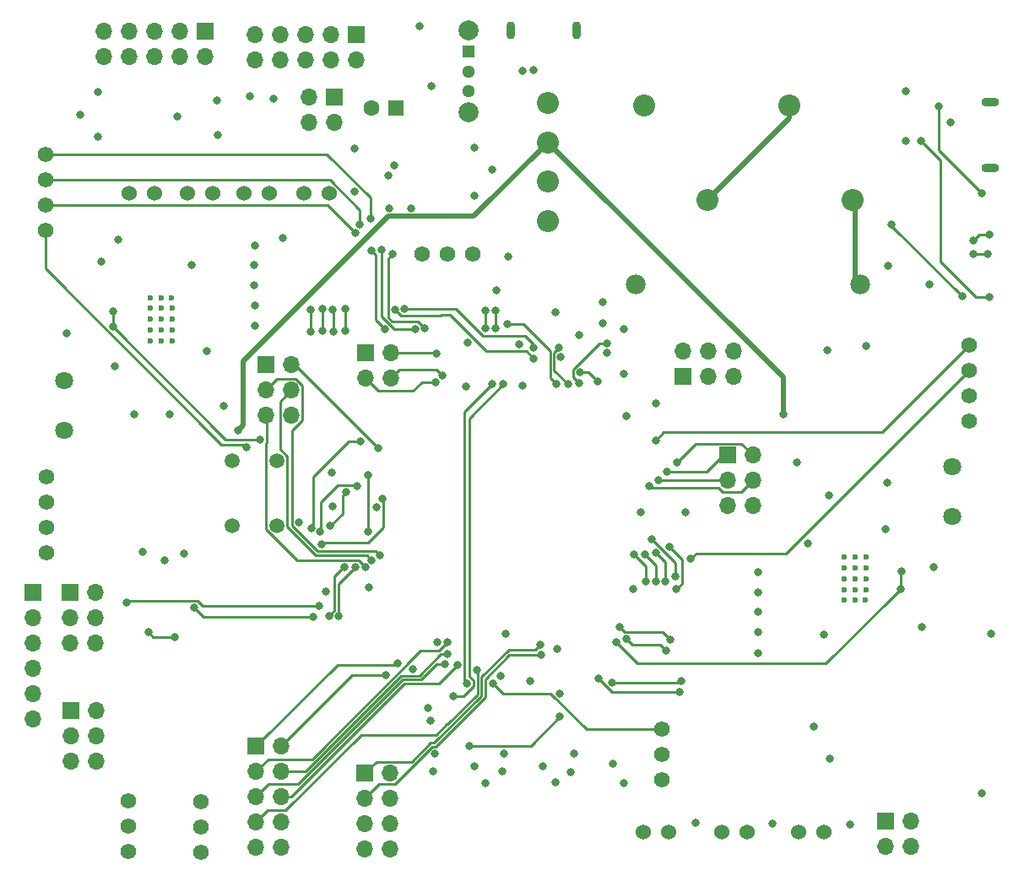
<source format=gbr>
%TF.GenerationSoftware,KiCad,Pcbnew,7.0.6*%
%TF.CreationDate,2023-11-30T13:58:43-08:00*%
%TF.ProjectId,MainBoard,4d61696e-426f-4617-9264-2e6b69636164,0.1*%
%TF.SameCoordinates,Original*%
%TF.FileFunction,Copper,L4,Bot*%
%TF.FilePolarity,Positive*%
%FSLAX46Y46*%
G04 Gerber Fmt 4.6, Leading zero omitted, Abs format (unit mm)*
G04 Created by KiCad (PCBNEW 7.0.6) date 2023-11-30 13:58:43*
%MOMM*%
%LPD*%
G01*
G04 APERTURE LIST*
%TA.AperFunction,ComponentPad*%
%ADD10C,1.507998*%
%TD*%
%TA.AperFunction,ComponentPad*%
%ADD11R,1.700000X1.700000*%
%TD*%
%TA.AperFunction,ComponentPad*%
%ADD12O,1.700000X1.700000*%
%TD*%
%TA.AperFunction,ComponentPad*%
%ADD13C,1.524000*%
%TD*%
%TA.AperFunction,ComponentPad*%
%ADD14C,1.803400*%
%TD*%
%TA.AperFunction,ComponentPad*%
%ADD15C,1.574800*%
%TD*%
%TA.AperFunction,ComponentPad*%
%ADD16C,0.600000*%
%TD*%
%TA.AperFunction,ComponentPad*%
%ADD17R,1.295400X1.295400*%
%TD*%
%TA.AperFunction,ComponentPad*%
%ADD18C,1.295400*%
%TD*%
%TA.AperFunction,ComponentPad*%
%ADD19C,2.000000*%
%TD*%
%TA.AperFunction,ComponentPad*%
%ADD20O,1.800000X0.900000*%
%TD*%
%TA.AperFunction,ComponentPad*%
%ADD21C,2.209800*%
%TD*%
%TA.AperFunction,ComponentPad*%
%ADD22R,1.600000X1.600000*%
%TD*%
%TA.AperFunction,ComponentPad*%
%ADD23C,1.600000*%
%TD*%
%TA.AperFunction,ComponentPad*%
%ADD24C,1.980000*%
%TD*%
%TA.AperFunction,ComponentPad*%
%ADD25O,0.900000X1.800000*%
%TD*%
%TA.AperFunction,ViaPad*%
%ADD26C,0.800000*%
%TD*%
%TA.AperFunction,Conductor*%
%ADD27C,0.250000*%
%TD*%
%TA.AperFunction,Conductor*%
%ADD28C,0.500000*%
%TD*%
G04 APERTURE END LIST*
D10*
%TO.P,SW1,1*%
%TO.N,GND*%
X192300001Y-127099998D03*
%TO.P,SW1,2*%
%TO.N,N/C*%
X192300001Y-133600000D03*
%TO.P,SW1,3*%
X187800000Y-127099998D03*
%TO.P,SW1,4*%
%TO.N,Net-(C1-Pad1)*%
X187800000Y-133600000D03*
%TD*%
D11*
%TO.P,J25,1,Pin_1*%
%TO.N,/RE4*%
X201250000Y-116275000D03*
D12*
%TO.P,J25,2,Pin_2*%
%TO.N,/RE1*%
X203790000Y-116275000D03*
%TO.P,J25,3,Pin_3*%
%TO.N,/RG12*%
X201250000Y-118815000D03*
%TO.P,J25,4,Pin_4*%
%TO.N,/RG14*%
X203790000Y-118815000D03*
%TD*%
D13*
%TO.P,SW8,1,A*%
%TO.N,+3.3V*%
X189060000Y-100300000D03*
%TO.P,SW8,2,B*%
%TO.N,/Bump2*%
X191600000Y-100300000D03*
%TD*%
D14*
%TO.P,M2,1,+*%
%TO.N,Net-(M2-+)*%
X260100000Y-132750000D03*
%TO.P,M2,2,-*%
%TO.N,Net-(M2--)*%
X260100000Y-127750000D03*
%TD*%
D15*
%TO.P,U11,1,PhaseA*%
%TO.N,/IC3*%
X169250000Y-136390000D03*
%TO.P,U11,2,PhaseB*%
%TO.N,/IC4*%
X169250000Y-133850000D03*
%TO.P,U11,3,Vcc*%
%TO.N,+3.3V*%
X169250000Y-131310000D03*
%TO.P,U11,4,GND*%
%TO.N,GND*%
X169250000Y-128770000D03*
%TD*%
%TO.P,J15,1,Pin_1*%
%TO.N,+3.3V*%
X177450000Y-166350000D03*
%TO.P,J15,2,Pin_2*%
%TO.N,GND*%
X177450000Y-163810000D03*
%TO.P,J15,3,Pin_3*%
%TO.N,/Refl3*%
X177450000Y-161270000D03*
%TD*%
%TO.P,U12,1,PhaseA*%
%TO.N,/IC1*%
X261750000Y-115530000D03*
%TO.P,U12,2,PhaseB*%
%TO.N,/IC2*%
X261750000Y-118070000D03*
%TO.P,U12,3,Vcc*%
%TO.N,+3.3V*%
X261750000Y-120610000D03*
%TO.P,U12,4,GND*%
%TO.N,GND*%
X261750000Y-123150000D03*
%TD*%
D11*
%TO.P,J1,1,Pin_1*%
%TO.N,unconnected-(J1-Pin_1-Pad1)*%
X167850000Y-140300000D03*
D12*
%TO.P,J1,2,Pin_2*%
%TO.N,Net-(J1-Pin_2)*%
X167850000Y-142840000D03*
%TO.P,J1,3,Pin_3*%
%TO.N,Net-(J1-Pin_3)*%
X167850000Y-145380000D03*
%TO.P,J1,4,Pin_4*%
%TO.N,GND*%
X167850000Y-147920000D03*
%TO.P,J1,5,Pin_5*%
%TO.N,+3.3V*%
X167850000Y-150460000D03*
%TO.P,J1,6,Pin_6*%
%TO.N,Net-(J1-Pin_6)*%
X167850000Y-153000000D03*
%TD*%
D11*
%TO.P,J18,1,Pin_1*%
%TO.N,/SDA2*%
X253360000Y-163300000D03*
D12*
%TO.P,J18,2,Pin_2*%
%TO.N,GND*%
X255900000Y-163300000D03*
%TO.P,J18,3,Pin_3*%
%TO.N,/SCL2*%
X253360000Y-165840000D03*
%TO.P,J18,4,Pin_4*%
%TO.N,GND*%
X255900000Y-165840000D03*
%TD*%
D15*
%TO.P,J14,1,Pin_1*%
%TO.N,+3.3V*%
X184673800Y-166390000D03*
%TO.P,J14,2,Pin_2*%
%TO.N,GND*%
X184673800Y-163850000D03*
%TO.P,J14,3,Pin_3*%
%TO.N,/Refl2*%
X184673800Y-161310000D03*
%TD*%
%TO.P,D8,1,A1*%
%TO.N,Net-(D8-A1)*%
X211990000Y-106376200D03*
%TO.P,D8,2,K*%
%TO.N,GND*%
X209450000Y-106376200D03*
%TO.P,D8,3,A2*%
%TO.N,Net-(D8-A2)*%
X206910000Y-106376200D03*
%TD*%
D11*
%TO.P,J3,1,Pin_1*%
%TO.N,+5V*%
X200300000Y-84360000D03*
D12*
%TO.P,J3,2,Pin_2*%
%TO.N,GND*%
X200300000Y-86900000D03*
%TO.P,J3,3,Pin_3*%
%TO.N,+5V*%
X197760000Y-84360000D03*
%TO.P,J3,4,Pin_4*%
%TO.N,GND*%
X197760000Y-86900000D03*
%TO.P,J3,5,Pin_5*%
%TO.N,+5V*%
X195220000Y-84360000D03*
%TO.P,J3,6,Pin_6*%
%TO.N,GND*%
X195220000Y-86900000D03*
%TO.P,J3,7,Pin_7*%
%TO.N,+5V*%
X192680000Y-84360000D03*
%TO.P,J3,8,Pin_8*%
%TO.N,GND*%
X192680000Y-86900000D03*
%TO.P,J3,9,Pin_9*%
%TO.N,+5V*%
X190140000Y-84360000D03*
%TO.P,J3,10,Pin_10*%
%TO.N,GND*%
X190140000Y-86900000D03*
%TD*%
D16*
%TO.P,U10,29,PAD*%
%TO.N,GND*%
X179600000Y-111799999D03*
X179600000Y-112899999D03*
X179600000Y-113999999D03*
X179600000Y-115100000D03*
X179620000Y-110779999D03*
X180700000Y-110779999D03*
X180700000Y-115100000D03*
X180700003Y-111799999D03*
X180700003Y-112899999D03*
X180700003Y-113999999D03*
X181760000Y-110779999D03*
X181800000Y-111799999D03*
X181800000Y-112899999D03*
X181800000Y-113999999D03*
X181800000Y-115100000D03*
%TD*%
D11*
%TO.P,J21,1,Pin_1*%
%TO.N,/RH15*%
X233010000Y-118650000D03*
D12*
%TO.P,J21,2,Pin_2*%
%TO.N,/RH14*%
X233010000Y-116110000D03*
%TO.P,J21,3,Pin_3*%
%TO.N,/RH13*%
X235550000Y-118650000D03*
%TO.P,J21,4,Pin_4*%
%TO.N,/RH12*%
X235550000Y-116110000D03*
%TO.P,J21,5,Pin_5*%
%TO.N,GND*%
X238090000Y-118650000D03*
%TO.P,J21,6,Pin_6*%
X238090000Y-116110000D03*
%TD*%
D11*
%TO.P,J19,1,Pin_1*%
%TO.N,/SCK4*%
X237510000Y-126560000D03*
D12*
%TO.P,J19,2,Pin_2*%
%TO.N,/SDI4*%
X240050000Y-126560000D03*
%TO.P,J19,3,Pin_3*%
%TO.N,/SS4\u002A*%
X237510000Y-129100000D03*
%TO.P,J19,4,Pin_4*%
%TO.N,/SDO4*%
X240050000Y-129100000D03*
%TO.P,J19,5,Pin_5*%
%TO.N,GND*%
X237510000Y-131640000D03*
%TO.P,J19,6,Pin_6*%
X240050000Y-131640000D03*
%TD*%
D17*
%TO.P,SW2,1,A*%
%TO.N,Net-(J4-VBUS)*%
X211550000Y-86049999D03*
D18*
%TO.P,SW2,2,B*%
%TO.N,+5V*%
X211550000Y-88050000D03*
%TO.P,SW2,3,C*%
%TO.N,unconnected-(SW2-C-Pad3)*%
X211550000Y-90050001D03*
D19*
%TO.P,SW2,4*%
%TO.N,N/C*%
X211550000Y-83949999D03*
%TO.P,SW2,5*%
X211550000Y-92150000D03*
%TD*%
D16*
%TO.P,U13,29,PAD*%
%TO.N,GND*%
X251400000Y-140099999D03*
X251400000Y-138999999D03*
X251400000Y-137899999D03*
X251400000Y-136799998D03*
X251380000Y-141119999D03*
X250300000Y-141119999D03*
X250300000Y-136799998D03*
X250299997Y-140099999D03*
X250299997Y-138999999D03*
X250299997Y-137899999D03*
X249240000Y-141119999D03*
X249200000Y-140099999D03*
X249200000Y-138999999D03*
X249200000Y-137899999D03*
X249200000Y-136799998D03*
%TD*%
D11*
%TO.P,J20,1,Pin_1*%
%TO.N,/SCK2*%
X171610000Y-140370000D03*
D12*
%TO.P,J20,2,Pin_2*%
%TO.N,/SDO2*%
X174150000Y-140370000D03*
%TO.P,J20,3,Pin_3*%
%TO.N,/SS2\u002A*%
X171610000Y-142910000D03*
%TO.P,J20,4,Pin_4*%
%TO.N,/SDI2*%
X174150000Y-142910000D03*
%TO.P,J20,5,Pin_5*%
%TO.N,GND*%
X171610000Y-145450000D03*
%TO.P,J20,6,Pin_6*%
X174150000Y-145450000D03*
%TD*%
D11*
%TO.P,J8,1,Pin_1*%
%TO.N,/SCK3*%
X201160000Y-158430000D03*
D12*
%TO.P,J8,2,Pin_2*%
%TO.N,/SDO3*%
X203700000Y-158430000D03*
%TO.P,J8,3,Pin_3*%
%TO.N,/SS3\u002A*%
X201160000Y-160970000D03*
%TO.P,J8,4,Pin_4*%
%TO.N,/SDI3*%
X203700000Y-160970000D03*
%TO.P,J8,5,Pin_5*%
%TO.N,GND*%
X201160000Y-163510000D03*
%TO.P,J8,6,Pin_6*%
X203700000Y-163510000D03*
%TO.P,J8,7,Pin_7*%
%TO.N,/U4RX*%
X201160000Y-166050000D03*
%TO.P,J8,8,Pin_8*%
%TO.N,/U4TX*%
X203700000Y-166050000D03*
%TD*%
D11*
%TO.P,J2,1,Pin_1*%
%TO.N,Net-(J2-Pin_1)*%
X185140000Y-84060000D03*
D12*
%TO.P,J2,2,Pin_2*%
%TO.N,GND*%
X185140000Y-86600000D03*
%TO.P,J2,3,Pin_3*%
%TO.N,Net-(J2-Pin_1)*%
X182600000Y-84060000D03*
%TO.P,J2,4,Pin_4*%
%TO.N,GND*%
X182600000Y-86600000D03*
%TO.P,J2,5,Pin_5*%
%TO.N,Net-(J2-Pin_1)*%
X180060000Y-84060000D03*
%TO.P,J2,6,Pin_6*%
%TO.N,GND*%
X180060000Y-86600000D03*
%TO.P,J2,7,Pin_7*%
%TO.N,Net-(J2-Pin_1)*%
X177520000Y-84060000D03*
%TO.P,J2,8,Pin_8*%
%TO.N,GND*%
X177520000Y-86600000D03*
%TO.P,J2,9,Pin_9*%
%TO.N,Net-(J2-Pin_1)*%
X174980000Y-84060000D03*
%TO.P,J2,10,Pin_10*%
%TO.N,GND*%
X174980000Y-86600000D03*
%TD*%
D11*
%TO.P,J23,1,Pin_1*%
%TO.N,/U5TX*%
X171660000Y-152150000D03*
D12*
%TO.P,J23,2,Pin_2*%
%TO.N,/U5RX*%
X174200000Y-152150000D03*
%TO.P,J23,3,Pin_3*%
%TO.N,/U6TX*%
X171660000Y-154690000D03*
%TO.P,J23,4,Pin_4*%
%TO.N,/U6RX*%
X174200000Y-154690000D03*
%TO.P,J23,5,Pin_5*%
%TO.N,GND*%
X171660000Y-157230000D03*
%TO.P,J23,6,Pin_6*%
X174200000Y-157230000D03*
%TD*%
D13*
%TO.P,SW6,1,1*%
%TO.N,+3.3V*%
X231610128Y-164351200D03*
%TO.P,SW6,2,2*%
%TO.N,/Switch1*%
X229070128Y-164351200D03*
%TD*%
D20*
%TO.P,J9,S5*%
%TO.N,N/C*%
X263900000Y-97700000D03*
%TO.P,J9,S6*%
X263900000Y-91100000D03*
%TD*%
D13*
%TO.P,SW10,1,A*%
%TO.N,+3.3V*%
X177510000Y-100300000D03*
%TO.P,SW10,2,B*%
%TO.N,/Bump4*%
X180050000Y-100300000D03*
%TD*%
%TO.P,SW4,1,1*%
%TO.N,+3.3V*%
X239490128Y-164375000D03*
%TO.P,SW4,2,2*%
%TO.N,/Switch2*%
X236950128Y-164375000D03*
%TD*%
%TO.P,SW5,1,1*%
%TO.N,+3.3V*%
X247230128Y-164375000D03*
%TO.P,SW5,2,2*%
%TO.N,/Switch3*%
X244690128Y-164375000D03*
%TD*%
D21*
%TO.P,SW3,1,1*%
%TO.N,+5V*%
X219500000Y-103087200D03*
%TO.P,SW3,2,2*%
%TO.N,Net-(J4-VBUS)*%
X219500000Y-99124800D03*
%TO.P,SW3,3,3*%
%TO.N,Vdrive*%
X219500000Y-95162400D03*
%TO.P,SW3,4,4*%
%TO.N,Net-(F1-Pad1)*%
X219500000Y-91200000D03*
%TD*%
D22*
%TO.P,C15,1*%
%TO.N,+5V*%
X204305113Y-91700000D03*
D23*
%TO.P,C15,2*%
%TO.N,GND*%
X201805113Y-91700000D03*
%TD*%
D24*
%TO.P,F1,1*%
%TO.N,Net-(F1-Pad1)*%
X228350000Y-109400000D03*
%TO.P,F1,2*%
%TO.N,Net-(J5-Pin_1)*%
X250850000Y-109400000D03*
%TD*%
D15*
%TO.P,J13,1,Pin_1*%
%TO.N,+3.3V*%
X230973800Y-159140000D03*
%TO.P,J13,2,Pin_2*%
%TO.N,GND*%
X230973800Y-156600000D03*
%TO.P,J13,3,Pin_3*%
%TO.N,/Refl1*%
X230973800Y-154060000D03*
%TD*%
D14*
%TO.P,M1,1,+*%
%TO.N,Net-(M1-+)*%
X171000000Y-119050000D03*
%TO.P,M1,2,-*%
%TO.N,Net-(M1--)*%
X171000000Y-124050000D03*
%TD*%
D13*
%TO.P,SW9,1,A*%
%TO.N,+3.3V*%
X183310000Y-100300000D03*
%TO.P,SW9,2,B*%
%TO.N,/Bump3*%
X185850000Y-100300000D03*
%TD*%
D21*
%TO.P,J6,1,Pin_1*%
%TO.N,Net-(J5-Pin_2)*%
X235500000Y-101000000D03*
%TO.P,J6,2,Pin_2*%
%TO.N,GND*%
X229150000Y-91500001D03*
%TD*%
D13*
%TO.P,SW7,1,A*%
%TO.N,+3.3V*%
X195000000Y-100300000D03*
%TO.P,SW7,2,B*%
%TO.N,/Bump1*%
X197540000Y-100300000D03*
%TD*%
D25*
%TO.P,J4,S5*%
%TO.N,N/C*%
X222400000Y-83900000D03*
%TO.P,J4,S6*%
X215800000Y-83900000D03*
%TD*%
D15*
%TO.P,J24,1,Pin_1*%
%TO.N,/U2TX*%
X169100000Y-104000000D03*
%TO.P,J24,2,Pin_2*%
%TO.N,/U2RX*%
X169100000Y-101460000D03*
%TO.P,J24,3,Pin_3*%
%TO.N,/GPS_Reset*%
X169100000Y-98920000D03*
%TO.P,J24,4,Pin_4*%
%TO.N,/GPS_INT*%
X169100000Y-96380000D03*
%TD*%
D11*
%TO.P,J7,1,Pin_1*%
%TO.N,/RA9*%
X190250000Y-155740000D03*
D12*
%TO.P,J7,2,Pin_2*%
%TO.N,/RA10*%
X192790000Y-155740000D03*
%TO.P,J7,3,Pin_3*%
%TO.N,/RH0*%
X190250000Y-158280000D03*
%TO.P,J7,4,Pin_4*%
%TO.N,/RH1*%
X192790000Y-158280000D03*
%TO.P,J7,5,Pin_5*%
%TO.N,/RH2*%
X190250000Y-160820000D03*
%TO.P,J7,6,Pin_6*%
%TO.N,/RH3*%
X192790000Y-160820000D03*
%TO.P,J7,7,Pin_7*%
%TO.N,/RB10*%
X190250000Y-163360000D03*
%TO.P,J7,8,Pin_8*%
%TO.N,/RK1*%
X192790000Y-163360000D03*
%TO.P,J7,9,Pin_9*%
%TO.N,/RK2*%
X190250000Y-165900000D03*
%TO.P,J7,10,Pin_10*%
%TO.N,/RK3*%
X192790000Y-165900000D03*
%TD*%
D11*
%TO.P,J16,1,Pin_1*%
%TO.N,/RE7*%
X191210000Y-117510000D03*
D12*
%TO.P,J16,2,Pin_2*%
%TO.N,/RJ8*%
X193750000Y-117510000D03*
%TO.P,J16,3,Pin_3*%
%TO.N,/RJ13*%
X191210000Y-120050000D03*
%TO.P,J16,4,Pin_4*%
%TO.N,/RJ14*%
X193750000Y-120050000D03*
%TO.P,J16,5,Pin_5*%
%TO.N,/RJ15*%
X191210000Y-122590000D03*
%TO.P,J16,6,Pin_6*%
%TO.N,GND*%
X193750000Y-122590000D03*
%TD*%
D21*
%TO.P,J5,1,Pin_1*%
%TO.N,Net-(J5-Pin_1)*%
X250100000Y-100999999D03*
%TO.P,J5,2,Pin_2*%
%TO.N,Net-(J5-Pin_2)*%
X243750000Y-91500000D03*
%TD*%
D11*
%TO.P,J22,1,Pin_1*%
%TO.N,/U3TX*%
X198050000Y-90650000D03*
D12*
%TO.P,J22,2,Pin_2*%
%TO.N,GND*%
X198050000Y-93190000D03*
%TO.P,J22,3,Pin_3*%
%TO.N,/U3RX*%
X195510000Y-90650000D03*
%TO.P,J22,4,Pin_4*%
%TO.N,GND*%
X195510000Y-93190000D03*
%TD*%
D26*
%TO.N,/RE1*%
X208325000Y-116350000D03*
%TO.N,/RG14*%
X208900000Y-118575000D03*
%TO.N,/RG12*%
X208209423Y-119227463D03*
%TO.N,GND*%
X247500000Y-116000000D03*
X183050000Y-136400000D03*
X208200000Y-156500000D03*
X202310556Y-131798056D03*
X216925501Y-119600000D03*
X259900000Y-93150000D03*
X215100000Y-156500000D03*
X176100000Y-117650000D03*
X215258526Y-144491472D03*
X220400333Y-145999667D03*
X212100000Y-100500000D03*
X213900000Y-97900000D03*
X227100000Y-118400000D03*
X197859787Y-128309787D03*
X187000000Y-121600000D03*
X171250000Y-114350000D03*
X247800000Y-157000000D03*
X225994063Y-157486643D03*
X222100000Y-156500000D03*
X217700000Y-149250000D03*
X253500000Y-129300000D03*
X192950000Y-104750000D03*
X257050000Y-143825500D03*
X251400000Y-115600000D03*
X247700000Y-130600000D03*
X220800000Y-116700000D03*
X244500000Y-127300000D03*
X186400000Y-94400000D03*
X181034787Y-137084787D03*
X172600000Y-92400000D03*
X249790128Y-163575000D03*
X189575000Y-90550000D03*
X174750000Y-107150000D03*
X218100000Y-87900000D03*
X191950000Y-90800000D03*
X247200000Y-144600000D03*
X176400000Y-104950000D03*
X263950000Y-144450000D03*
X201562500Y-139850000D03*
X241990128Y-163525000D03*
X217000000Y-88000000D03*
X263050000Y-160500000D03*
X253400000Y-134000000D03*
X183750000Y-107450000D03*
X204100000Y-97500000D03*
X178050000Y-122450000D03*
X206600000Y-83475000D03*
X174400000Y-90100000D03*
X181600000Y-122450000D03*
X225000000Y-111200000D03*
X207500000Y-151950000D03*
X225400000Y-116300000D03*
X174400000Y-94600000D03*
X225000000Y-113300000D03*
X257800000Y-109400000D03*
X186300000Y-91000000D03*
X219000000Y-157800000D03*
X211300000Y-119700000D03*
X178900000Y-136250000D03*
X222600000Y-114500000D03*
X258173056Y-137773056D03*
X182300000Y-92600000D03*
X228776944Y-132276944D03*
X253600000Y-107530000D03*
X200100000Y-95800000D03*
X200100000Y-100100000D03*
X212100000Y-95700000D03*
X228050000Y-140000000D03*
X208426944Y-145326944D03*
X212100000Y-157800000D03*
X234340128Y-163475000D03*
X227336051Y-122636051D03*
%TO.N,+3.3V*%
X194500000Y-133300000D03*
X245600000Y-135400000D03*
X216600000Y-115400000D03*
X213200000Y-159500000D03*
X240600000Y-146400000D03*
X240600000Y-142300000D03*
X240600000Y-144300000D03*
X190100000Y-111550000D03*
X214900000Y-158300000D03*
X240600000Y-138300000D03*
X207800000Y-89500000D03*
X190050000Y-107500000D03*
X230300000Y-121400000D03*
X203500000Y-98500000D03*
X190100000Y-113550000D03*
X205950000Y-148000000D03*
X205800000Y-101800000D03*
X208000000Y-158300000D03*
X185300000Y-116100000D03*
X240600000Y-140300000D03*
X220300000Y-112200000D03*
X214800356Y-148700351D03*
X190050000Y-109550000D03*
X255400000Y-95000000D03*
X220300000Y-159400000D03*
X190100000Y-105500000D03*
X227100000Y-113900000D03*
X197200000Y-140213420D03*
X254000000Y-103400000D03*
X203600000Y-101800000D03*
X246200000Y-153800000D03*
X227100000Y-159500000D03*
X220700000Y-150450000D03*
X214350000Y-110050000D03*
X261050354Y-110650353D03*
X207750000Y-153162500D03*
X197900000Y-131650000D03*
X211500000Y-115300000D03*
X221800000Y-158400000D03*
X255400000Y-90000000D03*
X215485556Y-106664444D03*
X233300000Y-132250000D03*
%TO.N,Net-(J1-Pin_2)*%
X177250000Y-141350000D03*
X196550000Y-141700000D03*
%TO.N,Net-(J1-Pin_3)*%
X184050000Y-141850000D03*
X196000000Y-142750000D03*
%TO.N,/Refl1*%
X214000000Y-149450000D03*
%TO.N,/Refl2*%
X198499503Y-142700000D03*
X200200000Y-137775000D03*
%TO.N,/Refl3*%
X197550000Y-142700000D03*
X199100000Y-137775000D03*
%TO.N,/SDA2*%
X232389694Y-140018292D03*
X231653888Y-135796112D03*
%TO.N,/SCL2*%
X229926944Y-135023056D03*
X232250000Y-138700000D03*
%TO.N,/RH0*%
X209401731Y-145306046D03*
%TO.N,/RH1*%
X209439127Y-146514762D03*
%TO.N,/RJ13*%
X202657370Y-136624500D03*
%TO.N,/RH2*%
X209200000Y-147550000D03*
%TO.N,/RJ14*%
X201821956Y-137075764D03*
%TO.N,/RH3*%
X210450000Y-147600000D03*
%TO.N,/RJ15*%
X201239950Y-137825980D03*
%TO.N,/U2TX*%
X189250000Y-125800000D03*
%TO.N,Net-(D9-K)*%
X262200000Y-105000000D03*
X263800000Y-104400000D03*
%TO.N,/U2RX*%
X203166055Y-113933945D03*
X200200000Y-104250000D03*
X201800000Y-106050000D03*
%TO.N,/U3TX*%
X205150000Y-111900000D03*
X218100000Y-115800000D03*
%TO.N,/U3RX*%
X218100000Y-116900000D03*
X204202910Y-111967649D03*
%TO.N,/RA9*%
X204430444Y-147480444D03*
%TO.N,/RB10*%
X212405233Y-148075750D03*
%TO.N,/RA10*%
X203280444Y-148630444D03*
%TO.N,/U6TX*%
X201450000Y-134250000D03*
X201510340Y-128575500D03*
%TO.N,/Switch1*%
X228165980Y-136525500D03*
X229350000Y-139250000D03*
%TO.N,/SCK3*%
X218724501Y-145550000D03*
%TO.N,/SS3\u002A*%
X218850000Y-146600000D03*
%TO.N,/SCK4*%
X231450000Y-128200000D03*
%TO.N,/SDO4*%
X229650000Y-129700000D03*
%TO.N,/Switch2*%
X230300000Y-139250000D03*
X229200000Y-136525500D03*
%TO.N,/Switch3*%
X230300000Y-136350000D03*
X231249503Y-139250000D03*
%TO.N,/SS4\u002A*%
X230596809Y-129043540D03*
%TO.N,/SDI4*%
X232457370Y-127307370D03*
%TO.N,/SDO5*%
X211359787Y-149459786D03*
X213924500Y-119400000D03*
%TO.N,/SDI5*%
X215050000Y-119400000D03*
X210051906Y-150710761D03*
%TO.N,/SCK6*%
X232850000Y-149250000D03*
X225975500Y-149396660D03*
%TO.N,/SDO6*%
X231750000Y-145050000D03*
X226701000Y-143800000D03*
%TO.N,/SS6\u002A*%
X224612476Y-148987524D03*
X232700000Y-150350000D03*
%TO.N,/SDI6*%
X227375500Y-144974500D03*
X231324500Y-146200000D03*
%TO.N,/SCK2*%
X196674032Y-134197201D03*
X200400000Y-129675500D03*
%TO.N,/SDI2*%
X197699266Y-133672527D03*
X199300000Y-130274500D03*
%TO.N,/SDO2*%
X202900000Y-130924501D03*
X196775868Y-135532616D03*
%TO.N,/SS2\u002A*%
X179425000Y-144325000D03*
X182100000Y-144800000D03*
%TO.N,/IC2*%
X233850000Y-136925500D03*
%TO.N,/IC3*%
X195767244Y-133915616D03*
X200700000Y-125150000D03*
%TO.N,/IC1*%
X230299527Y-125075500D03*
%TO.N,/SCK1*%
X224500000Y-119200000D03*
X222725498Y-118227889D03*
%TO.N,/Bump1*%
X199200000Y-111850000D03*
X199200000Y-114075000D03*
%TO.N,/Bump2*%
X197950000Y-111950000D03*
X198000000Y-114125000D03*
%TO.N,/Bump3*%
X196900000Y-114100000D03*
X196875000Y-111900000D03*
%TO.N,/Bump4*%
X195750000Y-111950000D03*
X195700000Y-114150000D03*
%TO.N,/LED2*%
X211600000Y-155700000D03*
X220719870Y-152769870D03*
%TO.N,/IMU_INT1*%
X225400000Y-115350497D03*
X222600000Y-119300000D03*
%TO.N,/IMU_INT2*%
X221526944Y-119426944D03*
X220594024Y-115773108D03*
%TO.N,/GPS_INT*%
X207175000Y-113824500D03*
X201700000Y-102850000D03*
X203950000Y-106400000D03*
%TO.N,/GPS_Reset*%
X200650000Y-103400000D03*
X206175000Y-113875000D03*
X202800000Y-105950000D03*
%TO.N,/Status_Yellow*%
X214250000Y-113824500D03*
X214250000Y-112025500D03*
%TO.N,/Status_Green*%
X213250000Y-113824500D03*
X213200000Y-112025500D03*
%TO.N,Vdrive*%
X188450000Y-124100000D03*
X243100000Y-122500000D03*
%TO.N,Net-(D9-A)*%
X263000000Y-100300000D03*
X258700000Y-91600000D03*
%TO.N,Net-(D10-K)*%
X262200500Y-106400000D03*
X263600000Y-106400000D03*
%TO.N,Net-(D10-A)*%
X256900000Y-95000000D03*
X263800000Y-110700000D03*
%TO.N,/MotorCurrent1*%
X175900000Y-112100500D03*
X175900000Y-113699500D03*
X190673056Y-124973056D03*
%TO.N,/MotorCurrent2*%
X255000000Y-138225499D03*
X254900000Y-140000000D03*
X226324500Y-145300000D03*
%TO.N,/Dir2*%
X220339194Y-119414695D03*
X215459674Y-113413562D03*
%TO.N,/RJ8*%
X202460933Y-125864821D03*
%TD*%
D27*
%TO.N,/Bump1*%
X199200000Y-111850000D02*
X199200000Y-114075000D01*
%TO.N,/RG12*%
X206847537Y-119227463D02*
X205975000Y-120100000D01*
X208209423Y-119227463D02*
X206847537Y-119227463D01*
X205975000Y-120100000D02*
X202525000Y-120100000D01*
X202525000Y-120100000D02*
X201250000Y-118825000D01*
%TO.N,/RE1*%
X208250000Y-116275000D02*
X208325000Y-116350000D01*
X203790000Y-116275000D02*
X208250000Y-116275000D01*
%TO.N,/RG14*%
X208290000Y-117965000D02*
X208900000Y-118575000D01*
X204640000Y-117965000D02*
X208290000Y-117965000D01*
X203790000Y-118815000D02*
X204640000Y-117965000D01*
%TO.N,/GPS_INT*%
X203500000Y-106850000D02*
X203950000Y-106400000D01*
X203500000Y-112748315D02*
X203500000Y-106850000D01*
X203875000Y-113123315D02*
X203500000Y-112748315D01*
X206448315Y-113123315D02*
X203875000Y-113123315D01*
X207175000Y-113824500D02*
X207149500Y-113824500D01*
X207149500Y-113824500D02*
X206448315Y-113123315D01*
%TO.N,/U2RX*%
X202250000Y-106500000D02*
X201800000Y-106050000D01*
X203166055Y-113933945D02*
X202250000Y-113017890D01*
X202250000Y-113017890D02*
X202250000Y-106500000D01*
%TO.N,/GPS_Reset*%
X204060999Y-113875000D02*
X202800000Y-112614001D01*
X202800000Y-112614001D02*
X202800000Y-105950000D01*
X206175000Y-113875000D02*
X204060999Y-113875000D01*
%TO.N,/Bump2*%
X197950000Y-111950000D02*
X198000000Y-112000000D01*
X198000000Y-112000000D02*
X198000000Y-114125000D01*
%TO.N,/Bump3*%
X196900000Y-111925000D02*
X196900000Y-114100000D01*
X196875000Y-111900000D02*
X196900000Y-111925000D01*
%TO.N,+3.3V*%
X261050354Y-110650353D02*
X254000000Y-103599999D01*
X254000000Y-103599999D02*
X254000000Y-103400000D01*
%TO.N,Net-(J1-Pin_2)*%
X177425000Y-141175000D02*
X177250000Y-141350000D01*
X184329595Y-141175000D02*
X177425000Y-141175000D01*
X184854595Y-141700000D02*
X184329595Y-141175000D01*
X196550000Y-141700000D02*
X184854595Y-141700000D01*
%TO.N,Net-(J1-Pin_3)*%
X184950000Y-142750000D02*
X184050000Y-141850000D01*
X196000000Y-142750000D02*
X184950000Y-142750000D01*
%TO.N,/Refl1*%
X215050000Y-150500000D02*
X219795405Y-150500000D01*
X223355405Y-154060000D02*
X230973800Y-154060000D01*
X214000000Y-149450000D02*
X215050000Y-150500000D01*
X219795405Y-150500000D02*
X223355405Y-154060000D01*
%TO.N,/Refl2*%
X198499503Y-139500497D02*
X198499503Y-142700000D01*
X200200000Y-137800000D02*
X198499503Y-139500497D01*
X200200000Y-137775000D02*
X200200000Y-137800000D01*
%TO.N,/Refl3*%
X198099503Y-142145405D02*
X197824503Y-142420405D01*
X197824503Y-142420405D02*
X197824503Y-142425497D01*
X197824503Y-142425497D02*
X197550000Y-142700000D01*
X199025000Y-137775000D02*
X198099503Y-138700497D01*
X199100000Y-137775000D02*
X199025000Y-137775000D01*
X198099503Y-138700497D02*
X198099503Y-142145405D01*
%TO.N,/SDA2*%
X232925000Y-139482986D02*
X232389694Y-140018292D01*
X231653888Y-135796112D02*
X232925000Y-137067224D01*
X232925000Y-137067224D02*
X232925000Y-139482986D01*
%TO.N,/SCL2*%
X232250000Y-137346112D02*
X229926944Y-135023056D01*
X232250000Y-138700000D02*
X232250000Y-137346112D01*
%TO.N,/RH0*%
X208548196Y-146159581D02*
X206740419Y-146159581D01*
X191480000Y-157050000D02*
X190720000Y-157810000D01*
X195850000Y-157050000D02*
X191480000Y-157050000D01*
X206740419Y-146159581D02*
X195850000Y-157050000D01*
X209401731Y-145306046D02*
X208548196Y-146159581D01*
%TO.N,/RH1*%
X195185686Y-158280000D02*
X193220000Y-158280000D01*
X204790686Y-148675000D02*
X195185686Y-158280000D01*
X208758701Y-146514762D02*
X206598463Y-148675000D01*
X209439127Y-146514762D02*
X208758701Y-146514762D01*
X206598463Y-148675000D02*
X204790686Y-148675000D01*
%TO.N,/RJ13*%
X196407616Y-136207616D02*
X193825000Y-133625000D01*
X202232870Y-136200000D02*
X197063079Y-136200000D01*
X193825000Y-133625000D02*
X193825000Y-124105991D01*
X192335000Y-118925000D02*
X191210000Y-120050000D01*
X202657370Y-136624500D02*
X202232870Y-136200000D01*
X197055463Y-136207616D02*
X196407616Y-136207616D01*
X194215991Y-118925000D02*
X192335000Y-118925000D01*
X194875000Y-119584009D02*
X194215991Y-118925000D01*
X193825000Y-124105991D02*
X194875000Y-123055991D01*
X197063079Y-136200000D02*
X197055463Y-136207616D01*
X194875000Y-123055991D02*
X194875000Y-119584009D01*
%TO.N,/RH2*%
X191520000Y-159550000D02*
X190250000Y-160820000D01*
X208289149Y-147550000D02*
X206764148Y-149075000D01*
X194481372Y-159550000D02*
X191520000Y-159550000D01*
X204956372Y-149075000D02*
X194481372Y-159550000D01*
X206764148Y-149075000D02*
X204956372Y-149075000D01*
X209200000Y-147550000D02*
X208289149Y-147550000D01*
%TO.N,/RJ14*%
X197221148Y-136607616D02*
X196241931Y-136607616D01*
X196241931Y-136607616D02*
X193329000Y-133694685D01*
X193329000Y-133694685D02*
X193329000Y-126673772D01*
X193329000Y-126673772D02*
X192625000Y-125969772D01*
X197228764Y-136600000D02*
X197221148Y-136607616D01*
X201821956Y-137075764D02*
X201346192Y-136600000D01*
X192625000Y-125969772D02*
X192625000Y-121175000D01*
X192625000Y-121175000D02*
X193750000Y-120050000D01*
X201346192Y-136600000D02*
X197228764Y-136600000D01*
%TO.N,/RH3*%
X208575000Y-149475000D02*
X210450000Y-147600000D01*
X193777058Y-160820000D02*
X205122058Y-149475000D01*
X205122058Y-149475000D02*
X208575000Y-149475000D01*
X193220000Y-160820000D02*
X193777058Y-160820000D01*
%TO.N,/RJ15*%
X191200354Y-125400353D02*
X191348056Y-125252651D01*
X200514470Y-137100500D02*
X194345276Y-137100500D01*
X201239950Y-137825980D02*
X200514470Y-137100500D01*
X194345276Y-137100500D02*
X191200354Y-133955578D01*
X191200354Y-133955578D02*
X191200354Y-125400353D01*
X191348056Y-125252651D02*
X191348056Y-122728056D01*
%TO.N,/U2TX*%
X186771001Y-125525096D02*
X188975096Y-125525096D01*
X169100000Y-107854095D02*
X186771001Y-125525096D01*
X169100000Y-104000000D02*
X169100000Y-107854095D01*
X188975096Y-125525096D02*
X189250000Y-125800000D01*
%TO.N,Net-(D9-K)*%
X263800000Y-104400000D02*
X262800000Y-104400000D01*
X262800000Y-104400000D02*
X262200000Y-105000000D01*
%TO.N,/U2RX*%
X169100000Y-101460000D02*
X197410000Y-101460000D01*
X197410000Y-101460000D02*
X200200000Y-104250000D01*
%TO.N,/U3TX*%
X217250000Y-114550000D02*
X212950000Y-114550000D01*
X218100000Y-115400000D02*
X217250000Y-114550000D01*
X218100000Y-115800000D02*
X218100000Y-115400000D01*
X212950000Y-114550000D02*
X210300000Y-111900000D01*
X210300000Y-111900000D02*
X205150000Y-111900000D01*
%TO.N,/U3RX*%
X208725000Y-112575000D02*
X204810261Y-112575000D01*
X204810261Y-112575000D02*
X204202910Y-111967649D01*
X209654595Y-112500000D02*
X208800000Y-112500000D01*
X208800000Y-112500000D02*
X208725000Y-112575000D01*
X213304595Y-116150000D02*
X209654595Y-112500000D01*
X218100000Y-116900000D02*
X217350000Y-116150000D01*
X217350000Y-116150000D02*
X213304595Y-116150000D01*
%TO.N,/RA9*%
X204430444Y-147480444D02*
X204310888Y-147600000D01*
X198390000Y-147600000D02*
X190720000Y-155270000D01*
X204310888Y-147600000D02*
X198390000Y-147600000D01*
%TO.N,/RB10*%
X212434787Y-148105304D02*
X212434787Y-150533841D01*
X200750000Y-154600000D02*
X193150000Y-162200000D01*
X209445534Y-153523094D02*
X209376906Y-153523094D01*
X209376906Y-153523094D02*
X208300000Y-154600000D01*
X191410000Y-162200000D02*
X190465000Y-163145000D01*
X193150000Y-162200000D02*
X191410000Y-162200000D01*
X208300000Y-154600000D02*
X200750000Y-154600000D01*
X212405233Y-148075750D02*
X212434787Y-148105304D01*
X212434787Y-150533841D02*
X209445534Y-153523094D01*
%TO.N,/RA10*%
X199880000Y-148650000D02*
X193260000Y-155270000D01*
X203260888Y-148650000D02*
X199880000Y-148650000D01*
X203280444Y-148630444D02*
X203260888Y-148650000D01*
%TO.N,/U6TX*%
X201510340Y-128575500D02*
X201500000Y-128585840D01*
X201500000Y-134200000D02*
X201450000Y-134250000D01*
X201500000Y-128585840D02*
X201500000Y-134200000D01*
%TO.N,/Switch1*%
X229350000Y-137709520D02*
X229350000Y-139250000D01*
X228165980Y-136525500D02*
X229350000Y-137709520D01*
%TO.N,/SCK3*%
X212834787Y-150699526D02*
X208109314Y-155425000D01*
X218724501Y-145550000D02*
X218224501Y-146050000D01*
X205874719Y-157305000D02*
X202285000Y-157305000D01*
X218224501Y-146050000D02*
X215600000Y-146050000D01*
X208109314Y-155425000D02*
X207754719Y-155425000D01*
X207754719Y-155425000D02*
X205874719Y-157305000D01*
X202285000Y-157305000D02*
X201160000Y-158430000D01*
X215600000Y-146050000D02*
X212834787Y-148815213D01*
X212834787Y-148815213D02*
X212834787Y-150699526D01*
%TO.N,/SS3\u002A*%
X215650000Y-146600000D02*
X213234787Y-149015213D01*
X207920405Y-155825000D02*
X204190405Y-159555000D01*
X218850000Y-146600000D02*
X215650000Y-146600000D01*
X208275000Y-155825000D02*
X207920405Y-155825000D01*
X213234787Y-149015213D02*
X213234787Y-150865211D01*
X202575000Y-159555000D02*
X201160000Y-160970000D01*
X213234787Y-150865211D02*
X208275000Y-155825000D01*
X204190405Y-159555000D02*
X202575000Y-159555000D01*
%TO.N,/SCK4*%
X235450000Y-128200000D02*
X237090000Y-126560000D01*
X231450000Y-128200000D02*
X235450000Y-128200000D01*
%TO.N,/SDO4*%
X229650000Y-129700000D02*
X229750000Y-129800000D01*
X236619009Y-129800000D02*
X237044009Y-130225000D01*
X229750000Y-129800000D02*
X236619009Y-129800000D01*
X238925000Y-130225000D02*
X240050000Y-129100000D01*
X237044009Y-130225000D02*
X238925000Y-130225000D01*
%TO.N,/Switch2*%
X230300000Y-137625500D02*
X230300000Y-139250000D01*
X229200000Y-136525500D02*
X230300000Y-137625500D01*
%TO.N,/Switch3*%
X231249503Y-139250000D02*
X231249503Y-137299503D01*
X231249503Y-137299503D02*
X230300000Y-136350000D01*
%TO.N,/SS4\u002A*%
X230596809Y-129043540D02*
X230653269Y-129100000D01*
X230653269Y-129100000D02*
X237510000Y-129100000D01*
%TO.N,/SDI4*%
X234329740Y-125435000D02*
X238925000Y-125435000D01*
X232457370Y-127307370D02*
X234329740Y-125435000D01*
X238925000Y-125435000D02*
X240050000Y-126560000D01*
%TO.N,/SDO5*%
X211125000Y-149224999D02*
X211125000Y-122199500D01*
X211359787Y-149459786D02*
X211125000Y-149224999D01*
X211125000Y-122199500D02*
X213924500Y-119400000D01*
%TO.N,/SDI5*%
X210051906Y-150710761D02*
X211063407Y-150710761D01*
X211600000Y-148745404D02*
X211600000Y-122850000D01*
X212034787Y-149180191D02*
X211600000Y-148745404D01*
X211600000Y-122850000D02*
X215050000Y-119400000D01*
X211063407Y-150710761D02*
X212034787Y-149739381D01*
X212034787Y-149739381D02*
X212034787Y-149180191D01*
%TO.N,/SCK6*%
X232850000Y-149250000D02*
X232700000Y-149400000D01*
X232700000Y-149400000D02*
X225978840Y-149400000D01*
X225978840Y-149400000D02*
X225975500Y-149396660D01*
%TO.N,/SDO6*%
X230999500Y-144299500D02*
X227200500Y-144299500D01*
X231750000Y-145050000D02*
X230999500Y-144299500D01*
X227200500Y-144299500D02*
X226701000Y-143800000D01*
%TO.N,/SS6\u002A*%
X225974952Y-150350000D02*
X232700000Y-150350000D01*
X224612476Y-148987524D02*
X225974952Y-150350000D01*
%TO.N,/SDI6*%
X230724500Y-145600000D02*
X228001000Y-145600000D01*
X228001000Y-145600000D02*
X227375500Y-144974500D01*
X231324500Y-146200000D02*
X230724500Y-145600000D01*
%TO.N,/SCK2*%
X196900000Y-131079719D02*
X198379719Y-129600000D01*
X196740213Y-134131020D02*
X196740213Y-131259787D01*
X196740213Y-131259787D02*
X196900000Y-131100000D01*
X196674032Y-134197201D02*
X196740213Y-134131020D01*
X196900000Y-131100000D02*
X196900000Y-131079719D01*
X198379719Y-129600000D02*
X200324500Y-129600000D01*
X200324500Y-129600000D02*
X200400000Y-129675500D01*
%TO.N,/SDI2*%
X198900000Y-132471793D02*
X198900000Y-130674500D01*
X198900000Y-130674500D02*
X199300000Y-130274500D01*
X197699266Y-133672527D02*
X198900000Y-132471793D01*
%TO.N,/SDO2*%
X201508630Y-135291370D02*
X202985556Y-133814444D01*
X196775868Y-135532616D02*
X197017114Y-135291370D01*
X202985556Y-133814444D02*
X202985556Y-131010057D01*
X202985556Y-131010057D02*
X202900000Y-130924501D01*
X197017114Y-135291370D02*
X201508630Y-135291370D01*
%TO.N,/SS2\u002A*%
X182100000Y-144800000D02*
X179900000Y-144800000D01*
X179900000Y-144800000D02*
X179425000Y-144325000D01*
%TO.N,/IC2*%
X234375500Y-136400000D02*
X243420000Y-136400000D01*
X233850000Y-136925500D02*
X234375500Y-136400000D01*
X243420000Y-136400000D02*
X261750000Y-118070000D01*
%TO.N,/IC3*%
X196000000Y-133682860D02*
X195767244Y-133915616D01*
X200700000Y-125150000D02*
X199550000Y-125150000D01*
X196000000Y-128700000D02*
X196000000Y-133682860D01*
X199550000Y-125150000D02*
X196000000Y-128700000D01*
%TO.N,/IC1*%
X231125027Y-124250000D02*
X253030000Y-124250000D01*
X230299527Y-125075500D02*
X231125027Y-124250000D01*
X253030000Y-124250000D02*
X261750000Y-115530000D01*
%TO.N,/SCK1*%
X222725498Y-118227889D02*
X223527889Y-118227889D01*
X223527889Y-118227889D02*
X224500000Y-119200000D01*
%TO.N,/Bump4*%
X195750000Y-114100000D02*
X195700000Y-114150000D01*
X195750000Y-111950000D02*
X195750000Y-114100000D01*
%TO.N,/LED2*%
X211600000Y-155700000D02*
X217789740Y-155700000D01*
X217789740Y-155700000D02*
X220719870Y-152769870D01*
%TO.N,/IMU_INT1*%
X222050498Y-118750498D02*
X222600000Y-119300000D01*
X224648295Y-115350497D02*
X222050498Y-117948294D01*
X225400000Y-115350497D02*
X224648295Y-115350497D01*
X222050498Y-117948294D02*
X222050498Y-118750498D01*
%TO.N,/IMU_INT2*%
X220125000Y-116242132D02*
X220125000Y-118025000D01*
X220594024Y-115773108D02*
X220125000Y-116242132D01*
X220125000Y-118025000D02*
X221526944Y-119426944D01*
%TO.N,/GPS_INT*%
X169100000Y-96380000D02*
X197334595Y-96380000D01*
X197334595Y-96380000D02*
X201700000Y-100745405D01*
X201700000Y-100745405D02*
X201700000Y-102850000D01*
%TO.N,/GPS_Reset*%
X197626540Y-98920000D02*
X200650000Y-101943460D01*
X169100000Y-98920000D02*
X197626540Y-98920000D01*
X200650000Y-101943460D02*
X200650000Y-103400000D01*
%TO.N,/Status_Yellow*%
X214250000Y-112025500D02*
X214250000Y-113824500D01*
%TO.N,/Status_Green*%
X213200000Y-112025500D02*
X213200000Y-113700000D01*
X213200000Y-113700000D02*
X213250000Y-113750000D01*
X213250000Y-113750000D02*
X213250000Y-113824500D01*
D28*
%TO.N,Vdrive*%
X203500000Y-102600000D02*
X212062400Y-102600000D01*
X243100000Y-118762400D02*
X219500000Y-95162400D01*
X188450000Y-124100000D02*
X188950000Y-123600000D01*
X212062400Y-102600000D02*
X219500000Y-95162400D01*
X188950000Y-117150000D02*
X203500000Y-102600000D01*
X243100000Y-122500000D02*
X243100000Y-118762400D01*
X188950000Y-123600000D02*
X188950000Y-117150000D01*
%TO.N,Net-(J5-Pin_1)*%
X250350000Y-101249999D02*
X250350000Y-108900000D01*
D27*
%TO.N,Net-(D9-A)*%
X258700000Y-96000000D02*
X263000000Y-100300000D01*
X258700000Y-91600000D02*
X258700000Y-96000000D01*
%TO.N,Net-(D10-K)*%
X262200500Y-106400000D02*
X263600000Y-106400000D01*
%TO.N,Net-(D10-A)*%
X258900000Y-97000000D02*
X258900000Y-107154595D01*
X258900000Y-107154595D02*
X262445405Y-110700000D01*
X262445405Y-110700000D02*
X263800000Y-110700000D01*
X256900000Y-95000000D02*
X258900000Y-97000000D01*
%TO.N,/MotorCurrent1*%
X175900000Y-113699500D02*
X175900000Y-112100500D01*
X187173556Y-124973056D02*
X175900000Y-113699500D01*
X190673056Y-124973056D02*
X187173556Y-124973056D01*
%TO.N,/MotorCurrent2*%
X247400000Y-147450000D02*
X253950000Y-140900000D01*
X254000000Y-140900000D02*
X254900000Y-140000000D01*
X254900000Y-138325499D02*
X255000000Y-138225499D01*
X226324500Y-145300000D02*
X228474500Y-147450000D01*
X228474500Y-147450000D02*
X247400000Y-147450000D01*
X254900000Y-140000000D02*
X254900000Y-138325499D01*
X253950000Y-140900000D02*
X254000000Y-140900000D01*
%TO.N,/Dir2*%
X217063562Y-113413562D02*
X219725000Y-116075000D01*
X219725000Y-116075000D02*
X219725000Y-118800501D01*
X219725000Y-118800501D02*
X220339194Y-119414695D01*
X215459674Y-113413562D02*
X217063562Y-113413562D01*
D28*
%TO.N,Net-(J5-Pin_2)*%
X243750000Y-91500000D02*
X243750000Y-92750000D01*
X243750000Y-92750000D02*
X235500000Y-101000000D01*
D27*
%TO.N,/RJ8*%
X202460933Y-125864821D02*
X194106112Y-117510000D01*
%TD*%
M02*

</source>
